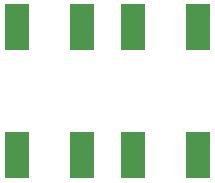
<source format=gbs>
G04 Layer_Color=16711935*
%FSLAX44Y44*%
%MOMM*%
G71*
G01*
G75*
%ADD13R,2.0000X4.0000*%
D13*
X19550Y129501D02*
D03*
X74950D02*
D03*
X74950Y21501D02*
D03*
X19550Y21501D02*
D03*
X117550Y129501D02*
D03*
X172950D02*
D03*
X172950Y21501D02*
D03*
X117550D02*
D03*
M02*

</source>
